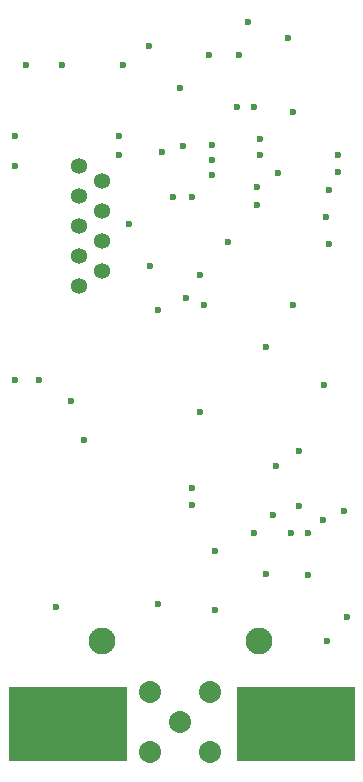
<source format=gbr>
G04 Generated by Ultiboard 14.0 *
%FSLAX24Y24*%
%MOIN*%

%ADD10C,0.0001*%
%ADD11C,0.08944*%
%ADD12C,0.0735*%
%ADD13C,0.0140*%
%ADD14R,0.3937X0.2480*%
%ADD15C,0.0236*%
%ADD16C,0.0534*%


G04 ColorRGB 9900CC for the following layer *
%LNSolder Mask Bottom*%
%LPD*%
G54D10*
G54D11*
X-19418Y11150D03*
X-24668Y11150D03*
G54D12*
X-22044Y8450D03*
X-21044Y9450D03*
X-23044Y9450D03*
X-21044Y7450D03*
X-23044Y7450D03*
G54D13*
X-18200Y7400D03*
X-18200Y8400D03*
X-20000Y9400D03*
X-19400Y9400D03*
X-18800Y9400D03*
X-18200Y9400D03*
X-17600Y9400D03*
X-17000Y9400D03*
X-16400Y9400D03*
X-20000Y8400D03*
X-19400Y8400D03*
X-18800Y8400D03*
X-17000Y8400D03*
X-17600Y8400D03*
X-16400Y8400D03*
X-20000Y7400D03*
X-19400Y7400D03*
X-18800Y7400D03*
X-16400Y7400D03*
X-17000Y7400D03*
X-17600Y7400D03*
X-24000Y7400D03*
X-24600Y7400D03*
X-25200Y7400D03*
X-25800Y7400D03*
X-26400Y7400D03*
X-27000Y7400D03*
X-27600Y7400D03*
X-24000Y8400D03*
X-24600Y8400D03*
X-24000Y9400D03*
X-24600Y9400D03*
X-25200Y9400D03*
X-27600Y9400D03*
X-27600Y8400D03*
X-25200Y8400D03*
X-25800Y8400D03*
X-26400Y8400D03*
X-27000Y8400D03*
X-27000Y9400D03*
X-26400Y9400D03*
X-25800Y9400D03*
G54D14*
X-25800Y8400D03*
X-18200Y8400D03*
G54D15*
X-25250Y17850D03*
X-25700Y19150D03*
X-21000Y27200D03*
X-21000Y27700D03*
X-24100Y27350D03*
X-19600Y14750D03*
X-22800Y22200D03*
X-18100Y17500D03*
X-21100Y30700D03*
X-20100Y30700D03*
X-17300Y15200D03*
X-17250Y19700D03*
X-26000Y30350D03*
X-27200Y30350D03*
X-27550Y28000D03*
X-27550Y27000D03*
X-22050Y29600D03*
X-23100Y31000D03*
X-24100Y28000D03*
X-17800Y14750D03*
X-18350Y14750D03*
X-21950Y27650D03*
X-22300Y25950D03*
X-21650Y25950D03*
X-17100Y24400D03*
X-18300Y22350D03*
X-18950Y15350D03*
X-16600Y15500D03*
X-23050Y23650D03*
X-27550Y19850D03*
X-20900Y12200D03*
X-21250Y22350D03*
X-19600Y28950D03*
X-23950Y30350D03*
X-23750Y25050D03*
X-18800Y26750D03*
X-19800Y31800D03*
X-18450Y31250D03*
X-26200Y12300D03*
X-22800Y12400D03*
X-16500Y11950D03*
X-17800Y13350D03*
X-21650Y16250D03*
X-19200Y13400D03*
X-17150Y11150D03*
X-21400Y23350D03*
X-20900Y14150D03*
X-19500Y25700D03*
X-18100Y15650D03*
X-20450Y24450D03*
X-19400Y27350D03*
X-16800Y27350D03*
X-19400Y27900D03*
X-18300Y28800D03*
X-21000Y26700D03*
X-20150Y28950D03*
X-17200Y25300D03*
X-18850Y17000D03*
X-19500Y26300D03*
X-22650Y27450D03*
X-26750Y19850D03*
X-21850Y22600D03*
X-19200Y20950D03*
X-16800Y26800D03*
X-21400Y18800D03*
X-21650Y15700D03*
X-17100Y26200D03*
G54D16*
X-25437Y27000D03*
X-25437Y26000D03*
X-25437Y25000D03*
X-25437Y24000D03*
X-25437Y23000D03*
X-24650Y26500D03*
X-24650Y25500D03*
X-24650Y24500D03*
X-24650Y23500D03*

M02*

</source>
